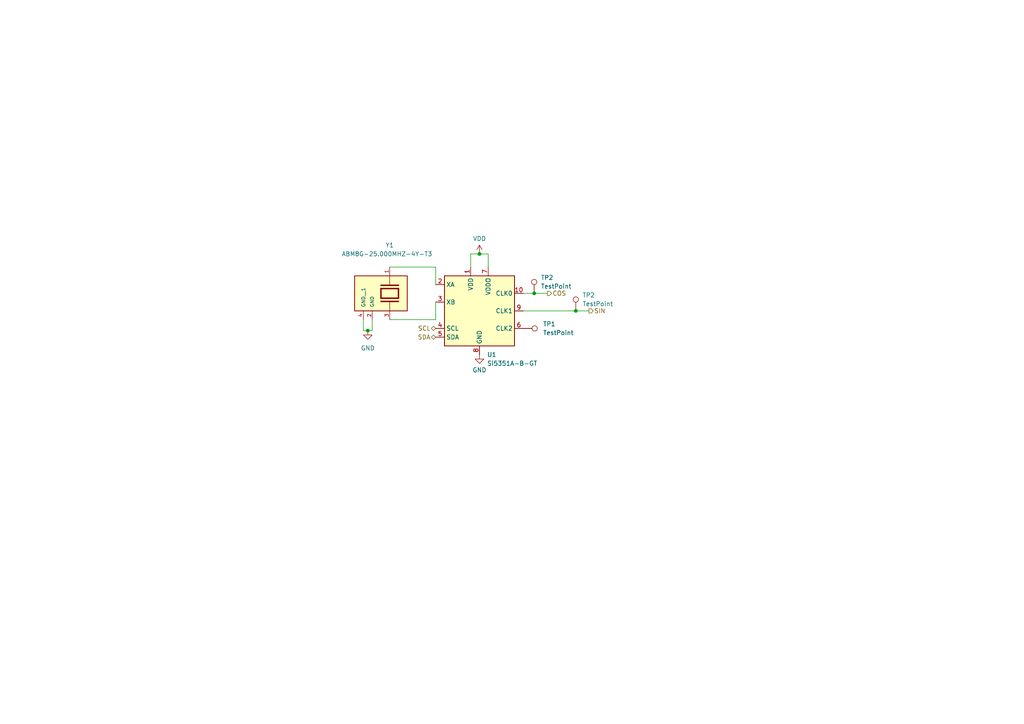
<source format=kicad_sch>
(kicad_sch (version 20230121) (generator eeschema)
  (paper "A4")
  (lib_symbols
    (symbol "ABM8G-25.000MHZ-4Y-T3:ABM8G-25.000MHZ-4Y-T3" (pin_names (offset 1.016))
      (property "Reference" "Y" (at -0.635 6.35 0))
      (property "Value" "ABM8G-25.000MHZ-4Y-T3" (at -12.7 -12.7 0))
      (symbol "ABM8G-25.000MHZ-4Y-T3_0_0"
        (rectangle (start -5.08 -10.16) (end 5.08 5.08) (stroke (width 0.254)) (fill (type background)))
        (polyline (pts (xy -5.08 0) (xy -2.54 0)) (stroke (width 0.1524)))
        (polyline (pts (xy -2.3368 2.54) (xy -2.3368 -2.54)) (stroke (width 0.4064)))
        (polyline (pts (xy -1.397 2.54) (xy -1.397 -2.54)) (stroke (width 0.4064)))
        (polyline (pts (xy -1.397 2.54) (xy 1.397 2.54)) (stroke (width 0.4064)))
        (polyline (pts (xy 1.397 -2.54) (xy -1.397 -2.54)) (stroke (width 0.4064)))
        (polyline (pts (xy 1.397 2.54) (xy 1.397 -2.54)) (stroke (width 0.4064)))
        (polyline (pts (xy 2.3368 2.54) (xy 2.3368 -2.54)) (stroke (width 0.4064)))
        (polyline (pts (xy 2.54 0) (xy 5.08 0)) (stroke (width 0.1524)))
        (pin passive line (at -7.62 0 0) (length 2.54) (name "~") (number "1"))
        (pin power_in line (at 7.62 -5.08 180) (length 2.54) (name "GND") (number "2"))
        (pin passive line (at 7.62 0 180) (length 2.54) (name "~") (number "3"))
        (pin power_in line (at 7.62 -7.62 180) (length 2.54) (name "GND__1") (number "4"))
      )
    )
    (symbol "Connector:TestPoint" (pin_numbers hide) (pin_names (offset 0.762) hide)
      (property "Reference" "TP" (at 0 6.858 0))
      (property "Value" "TestPoint" (at 0 5.08 0))
      (symbol "TestPoint_0_1"
        (circle (center 0 3.302) (radius 0.762))
      )
      (symbol "TestPoint_1_1"
        (pin passive line (at 0 0 90) (length 2.54) (name "1") (number "1"))
      )
    )
    (symbol "Oscillator:Si5351A-B-GT"
      (property "Reference" "U" (at -8.89 11.43 0))
      (property "Value" "Si5351A-B-GT" (at -12.7 -12.7 0))
      (symbol "Si5351A-B-GT_0_1"
        (rectangle (start -10.16 10.16) (end 10.16 -10.16) (stroke (width 0.254)) (fill (type background)))
      )
      (symbol "Si5351A-B-GT_1_1"
        (pin power_in line (at -2.54 12.7 270) (length 2.54) (name "VDD") (number "1"))
        (pin output line (at 12.7 5.08 180) (length 2.54) (name "CLK0") (number "10"))
        (pin input line (at -12.7 7.62 0) (length 2.54) (name "XA") (number "2"))
        (pin input line (at -12.7 2.54 0) (length 2.54) (name "XB") (number "3"))
        (pin input line (at -12.7 -5.08 0) (length 2.54) (name "SCL") (number "4"))
        (pin bidirectional line (at -12.7 -7.62 0) (length 2.54) (name "SDA") (number "5"))
        (pin output line (at 12.7 -5.08 180) (length 2.54) (name "CLK2") (number "6"))
        (pin power_in line (at 2.54 12.7 270) (length 2.54) (name "VDDO") (number "7"))
        (pin power_in line (at 0 -12.7 90) (length 2.54) (name "GND") (number "8"))
        (pin output line (at 12.7 0 180) (length 2.54) (name "CLK1") (number "9"))
      )
    )
    (symbol "power:GND" (power) (pin_names (offset 0))
      (property "Value" "GND" (at 0 -3.81 0))
      (symbol "GND_0_1"
        (polyline (pts (xy 0 0) (xy 0 -1.27) (xy 1.27 -1.27) (xy 0 -2.54) (xy -1.27 -1.27) (xy 0 -1.27)))
      )
      (symbol "GND_1_1"
        (pin power_in line (at 0 0 270) (length 0) hide (name "GND") (number "1"))
      )
    )
    (symbol "power:VDD" (power) (pin_names (offset 0))
      (property "Value" "VDD" (at 0 3.81 0))
      (symbol "VDD_0_1"
        (polyline (pts (xy -0.762 1.27) (xy 0 2.54)))
        (polyline (pts (xy 0 0) (xy 0 2.54)))
        (polyline (pts (xy 0 2.54) (xy 0.762 1.27)))
      )
      (symbol "VDD_1_1"
        (pin power_in line (at 0 0 90) (length 0) hide (name "VDD") (number "1"))
      )
    )
  )
  (junction (at 154.94 85.09))
  (junction (at 139.065 73.66))
  (junction (at 167.005 90.17))
  (junction (at 106.68 95.885))
  (wire (pts (xy 105.41 92.71) (xy 105.41 95.885)))
  (wire (pts (xy 167.005 90.17) (xy 170.815 90.17)))
  (wire (pts (xy 113.03 92.71) (xy 126.365 92.71)))
  (wire (pts (xy 154.94 85.09) (xy 158.75 85.09)))
  (wire (pts (xy 136.525 73.66) (xy 139.065 73.66)))
  (wire (pts (xy 151.765 90.17) (xy 167.005 90.17)))
  (wire (pts (xy 136.525 77.47) (xy 136.525 73.66)))
  (wire (pts (xy 151.765 85.09) (xy 154.94 85.09)))
  (wire (pts (xy 126.365 77.47) (xy 126.365 82.55)))
  (wire (pts (xy 141.605 73.66) (xy 139.065 73.66)))
  (wire (pts (xy 105.41 95.885) (xy 106.68 95.885)))
  (wire (pts (xy 126.365 92.71) (xy 126.365 87.63)))
  (wire (pts (xy 107.95 92.71) (xy 107.95 95.885)))
  (wire (pts (xy 107.95 95.885) (xy 106.68 95.885)))
  (wire (pts (xy 113.03 77.47) (xy 126.365 77.47)))
  (wire (pts (xy 141.605 77.47) (xy 141.605 73.66)))
  (hierarchical_label "SDA" (shape bidirectional) (at 126.365 97.79 180))
  (hierarchical_label "SCL" (shape bidirectional) (at 126.365 95.25 180))
  (hierarchical_label "SIN" (shape output) (at 170.815 90.17 0))
  (hierarchical_label "COS" (shape output) (at 158.75 85.09 0))
  (symbol (lib_id "power:GND") (at 106.68 95.885 0) (unit 1)
    (property "Reference" "#PWR01" (effects hide))
    (property "Value" "GND" (at 106.68 100.965 0))
  )
  (symbol (lib_id "power:VDD") (at 139.065 73.66 0) (unit 1)
    (property "Reference" "#PWR03" (effects hide))
    (property "Value" "VDD" (at 139.065 69.215 0))
    (instances (project "analog_frontend" (path "" (reference "#PWR03") (unit 1)) (path "" (reference "#PWR02") (unit 1))))
  )
  (symbol (lib_id "Connector:TestPoint") (at 154.94 85.09 0) (unit 1)
    (property "Reference" "TP2" (at 156.845 80.518 0) (effects (justify left)))
    (property "Value" "TestPoint" (at 156.845 83.058 0) (effects (justify left)))
  )
  (symbol (lib_id "ABM8G-25.000MHZ-4Y-T3:ABM8G-25.000MHZ-4Y-T3") (at 113.03 85.09 270) (unit 1)
    (property "Reference" "Y1" (at 111.76 71.12 90) (effects (justify left)))
    (property "Value" "ABM8G-25.000MHZ-4Y-T3" (at 99.06 73.66 90) (effects (justify left)))
    (property "Footprint" "XTAL_ABM8G-25.000MHZ-4Y-T3" (effects hide))
    (property "PARTREV" "08.13.15" (effects hide))
    (property "STANDARD" "Manufacturer Recommendations" (effects hide))
    (property "MAXIMUM_PACKAGE_HEIGHT" "1.0 mm" (effects hide))
    (property "MANUFACTURER" "Abracon" (effects hide))
  )
  (symbol (lib_id "Connector:TestPoint") (at 167.005 90.17 0) (unit 1)
    (property "Reference" "TP2" (at 168.91 85.598 0) (effects (justify left)))
    (property "Value" "TestPoint" (at 168.91 88.138 0) (effects (justify left)))
    (instances (project "analog_frontend" (path "" (reference "TP2") (unit 1)) (path "" (reference "TP3") (unit 1))))
  )
  (symbol (lib_id "Oscillator:Si5351A-B-GT") (at 139.065 90.17 0) (unit 1)
    (property "Reference" "U1" (at 141.2591 102.87 0) (effects (justify left)))
    (property "Value" "Si5351A-B-GT" (at 141.2591 105.41 0) (effects (justify left)))
    (property "Footprint" "Package_SO:MSOP-10_3x3mm_P0.5mm" (effects hide))
    (property "Datasheet" "https://www.silabs.com/documents/public/data-sheets/Si5351-B.pdf" (effects hide))
  )
  (symbol (lib_id "power:GND") (at 139.065 102.87 0) (unit 1)
    (property "Reference" "#PWR02" (effects hide))
    (property "Value" "GND" (at 139.065 107.315 0))
    (instances (project "analog_frontend" (path "" (reference "#PWR02") (unit 1)) (path "" (reference "#PWR03") (unit 1))))
  )
  (symbol (lib_id "Connector:TestPoint") (at 151.765 95.25 270) (unit 1)
    (property "Reference" "TP1" (at 157.48 93.98 90) (effects (justify left)))
    (property "Value" "TestPoint" (at 157.48 96.52 90) (effects (justify left)))
  )
)
</source>
